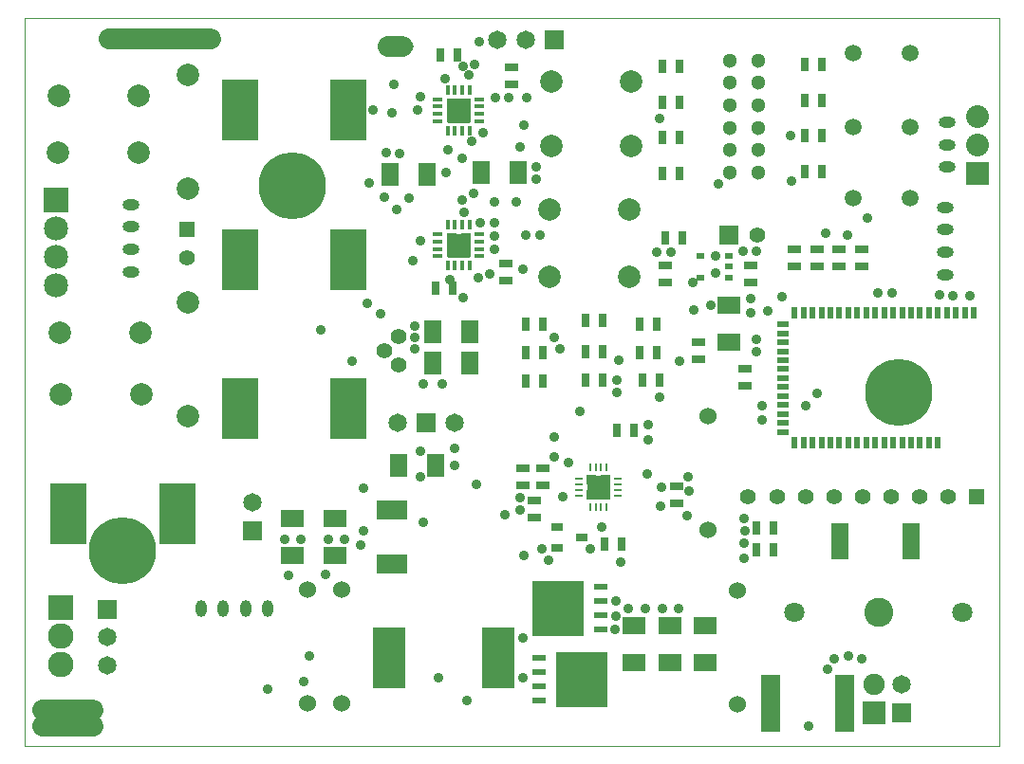
<source format=gts>
G04 (created by PCBNEW (2013-05-31 BZR 4019)-stable) date 6/10/2014 4:10:54 PM*
%MOIN*%
G04 Gerber Fmt 3.4, Leading zero omitted, Abs format*
%FSLAX34Y34*%
G01*
G70*
G90*
G04 APERTURE LIST*
%ADD10C,0.00590551*%
%ADD11C,0.0748031*%
%ADD12C,0.0001*%
%ADD13R,0.055X0.055*%
%ADD14C,0.055*%
%ADD15R,0.085X0.085*%
%ADD16C,0.09*%
%ADD17R,0.125984X0.212598*%
%ADD18R,0.0374016X0.0137795*%
%ADD19R,0.0362205X0.0362205*%
%ADD20R,0.0137795X0.0374016*%
%ADD21R,0.065X0.065*%
%ADD22R,0.08X0.08*%
%ADD23C,0.08*%
%ADD24C,0.065*%
%ADD25C,0.06*%
%ADD26R,0.07X0.2*%
%ADD27C,0.0708661*%
%ADD28C,0.102362*%
%ADD29R,0.0295276X0.00984252*%
%ADD30R,0.00984252X0.0295276*%
%ADD31R,0.0334646X0.0334646*%
%ADD32C,0.0591*%
%ADD33R,0.0393701X0.023622*%
%ADD34R,0.023622X0.0393701*%
%ADD35O,0.0590551X0.0393701*%
%ADD36O,0.0393701X0.0590551*%
%ADD37R,0.114173X0.212598*%
%ADD38R,0.03X0.02*%
%ADD39R,0.0394X0.0315*%
%ADD40R,0.1063X0.0709*%
%ADD41R,0.08X0.06*%
%ADD42R,0.06X0.08*%
%ADD43R,0.025X0.045*%
%ADD44R,0.045X0.025*%
%ADD45R,0.063X0.125*%
%ADD46R,0.181102X0.19685*%
%ADD47R,0.0393701X0.0393701*%
%ADD48R,0.05X0.0240157*%
%ADD49O,0.0393701X0.0393701*%
%ADD50C,0.0787*%
%ADD51C,0.0511811*%
%ADD52C,0.085*%
%ADD53C,0.075*%
%ADD54C,0.0393701*%
%ADD55C,0.23622*%
%ADD56C,0.0551181*%
%ADD57C,0.035*%
%ADD58C,0.01*%
G04 APERTURE END LIST*
G54D10*
G54D11*
X84980Y-22990D02*
X88530Y-22990D01*
G54D12*
X82000Y-47850D02*
X82000Y-22250D01*
G54D11*
X82641Y-46598D02*
X84403Y-46598D01*
X82655Y-47154D02*
X84423Y-47154D01*
G54D12*
X116250Y-47850D02*
X116250Y-47500D01*
X82000Y-47850D02*
X116250Y-47850D01*
X116250Y-22250D02*
X116250Y-47500D01*
X83250Y-22250D02*
X116250Y-22250D01*
X82000Y-22250D02*
X83250Y-22250D01*
G54D11*
X94760Y-23260D02*
X95260Y-23260D01*
G54D13*
X115440Y-39080D03*
G54D14*
X114440Y-39080D03*
X113440Y-39080D03*
X112440Y-39080D03*
X111440Y-39080D03*
X110440Y-39080D03*
X109440Y-39080D03*
X108440Y-39080D03*
X107412Y-39080D03*
G54D15*
X83275Y-43000D03*
G54D16*
X83275Y-44000D03*
X83275Y-45000D03*
G54D17*
X93389Y-25500D03*
X89570Y-25500D03*
X93389Y-30750D03*
X89570Y-30750D03*
G54D18*
X97974Y-25627D03*
G54D19*
X97501Y-25751D03*
X96998Y-25751D03*
X96998Y-25248D03*
X97501Y-25248D03*
G54D18*
X97974Y-25883D03*
X97978Y-25372D03*
X97974Y-25116D03*
G54D20*
X97633Y-24775D03*
X97377Y-24775D03*
X97122Y-24775D03*
X96866Y-24775D03*
X96866Y-26224D03*
X97122Y-26224D03*
X97377Y-26224D03*
X97633Y-26224D03*
G54D18*
X96525Y-25116D03*
X96525Y-25372D03*
X96525Y-25627D03*
X96525Y-25883D03*
G54D21*
X106750Y-29900D03*
G54D14*
X107750Y-29900D03*
G54D13*
X87700Y-29700D03*
G54D14*
X87700Y-30700D03*
G54D22*
X115475Y-27720D03*
G54D23*
X115475Y-26720D03*
X115475Y-25720D03*
G54D21*
X100606Y-23031D03*
G54D24*
X99606Y-23031D03*
X98606Y-23031D03*
G54D21*
X84900Y-43048D03*
G54D24*
X84900Y-44032D03*
X84900Y-45017D03*
G54D25*
X107050Y-46400D03*
X107050Y-42400D03*
G54D26*
X110825Y-46350D03*
X108225Y-46350D03*
G54D18*
X97974Y-30377D03*
G54D19*
X97501Y-30501D03*
G54D18*
X97974Y-30633D03*
X97978Y-30122D03*
X97974Y-29866D03*
G54D20*
X97633Y-29525D03*
X97377Y-29525D03*
X97122Y-29525D03*
X96866Y-29525D03*
X96866Y-30974D03*
X97122Y-30974D03*
X97377Y-30974D03*
X97633Y-30974D03*
G54D18*
X96525Y-29866D03*
X96525Y-30122D03*
X96525Y-30377D03*
X96525Y-30633D03*
G54D19*
X96998Y-30501D03*
X97501Y-29998D03*
X96998Y-29998D03*
G54D27*
X114952Y-43150D03*
X109047Y-43150D03*
G54D28*
X112000Y-43150D03*
G54D29*
X102854Y-38464D03*
X102854Y-38661D03*
X102856Y-38858D03*
X102854Y-39055D03*
G54D30*
X102456Y-38070D03*
X102259Y-38070D03*
X102062Y-38070D03*
X101866Y-38070D03*
G54D29*
X101472Y-38464D03*
X101472Y-38661D03*
X101472Y-38858D03*
X101472Y-39055D03*
G54D30*
X101866Y-39448D03*
X102062Y-39448D03*
X102259Y-39448D03*
X102456Y-39448D03*
G54D31*
X102413Y-39011D03*
X101909Y-39011D03*
X102413Y-38507D03*
X101909Y-38507D03*
G54D32*
X113100Y-28600D03*
X111100Y-28600D03*
X113100Y-23500D03*
X111100Y-23500D03*
G54D33*
X108656Y-33031D03*
X108656Y-33346D03*
X108656Y-33661D03*
X108656Y-33976D03*
X108656Y-34291D03*
X108656Y-34606D03*
X108656Y-34921D03*
X108656Y-35236D03*
X108656Y-35551D03*
X108656Y-35866D03*
X108656Y-36181D03*
X108656Y-36496D03*
X108656Y-36811D03*
G54D34*
X109050Y-37204D03*
X109365Y-37204D03*
X109680Y-37204D03*
X109995Y-37204D03*
X110310Y-37204D03*
X110625Y-37204D03*
X110940Y-37204D03*
X111255Y-37204D03*
X111570Y-37204D03*
X111885Y-37204D03*
X112200Y-37204D03*
X112514Y-37204D03*
X112829Y-37204D03*
X113144Y-37204D03*
X113459Y-37204D03*
X113774Y-37204D03*
X114089Y-37204D03*
X115349Y-32637D03*
X115034Y-32637D03*
X114719Y-32637D03*
X114404Y-32637D03*
X114089Y-32637D03*
X113774Y-32637D03*
X113459Y-32637D03*
X113144Y-32637D03*
X112829Y-32637D03*
X112514Y-32637D03*
X112200Y-32637D03*
X111885Y-32637D03*
X111570Y-32637D03*
X111255Y-32637D03*
X110940Y-32637D03*
X110625Y-32637D03*
X110310Y-32637D03*
X109995Y-32637D03*
X109680Y-32637D03*
X109365Y-32637D03*
X109050Y-32637D03*
G54D35*
X85750Y-29606D03*
X85750Y-30393D03*
X85750Y-31181D03*
X85750Y-28818D03*
G54D24*
X112800Y-45700D03*
G54D21*
X112800Y-46700D03*
X90000Y-40300D03*
G54D24*
X90000Y-39300D03*
G54D36*
X88981Y-43025D03*
X89768Y-43025D03*
X90556Y-43025D03*
X88193Y-43025D03*
G54D24*
X95100Y-36500D03*
G54D21*
X96100Y-36500D03*
G54D24*
X97100Y-36500D03*
G54D37*
X98641Y-44763D03*
X94822Y-44763D03*
G54D17*
X93389Y-36000D03*
X89570Y-36000D03*
X87369Y-39680D03*
X83550Y-39680D03*
G54D38*
X106750Y-31375D03*
X106750Y-30625D03*
X105750Y-31375D03*
X106750Y-31000D03*
X105750Y-30625D03*
G54D39*
X101563Y-40525D03*
X100697Y-40900D03*
X100697Y-40150D03*
G54D40*
X94911Y-39564D03*
X94911Y-41454D03*
G54D41*
X91411Y-39859D03*
X91411Y-41159D03*
G54D42*
X96150Y-27750D03*
X94850Y-27750D03*
X97650Y-34400D03*
X96350Y-34400D03*
X95150Y-38000D03*
X96450Y-38000D03*
X98050Y-27700D03*
X99350Y-27700D03*
G54D41*
X92911Y-39859D03*
X92911Y-41159D03*
G54D42*
X97650Y-33300D03*
X96350Y-33300D03*
G54D41*
X106750Y-33650D03*
X106750Y-32350D03*
X105911Y-44909D03*
X105911Y-43609D03*
X103411Y-44909D03*
X103411Y-43609D03*
X104661Y-44909D03*
X104661Y-43609D03*
G54D43*
X105020Y-25210D03*
X104420Y-25210D03*
X96600Y-23550D03*
X97200Y-23550D03*
X102802Y-36763D03*
X103402Y-36763D03*
G54D44*
X99911Y-39809D03*
X99911Y-39209D03*
X107500Y-31550D03*
X107500Y-30950D03*
X104500Y-31550D03*
X104500Y-30950D03*
X105688Y-34248D03*
X105688Y-33648D03*
G54D43*
X110000Y-23900D03*
X109400Y-23900D03*
X110000Y-27650D03*
X109400Y-27650D03*
X110000Y-25150D03*
X109400Y-25150D03*
G54D44*
X111409Y-30385D03*
X111409Y-30985D03*
X110621Y-30385D03*
X110621Y-30985D03*
X109834Y-30385D03*
X109834Y-30985D03*
X109046Y-30385D03*
X109046Y-30985D03*
G54D43*
X105020Y-27710D03*
X104420Y-27710D03*
X105020Y-26460D03*
X104420Y-26460D03*
X105020Y-23960D03*
X104420Y-23960D03*
X110000Y-26400D03*
X109400Y-26400D03*
X100211Y-33009D03*
X99611Y-33009D03*
G54D44*
X107300Y-35200D03*
X107300Y-34600D03*
G54D43*
X108300Y-40200D03*
X107700Y-40200D03*
X100211Y-35009D03*
X99611Y-35009D03*
G54D44*
X100200Y-38700D03*
X100200Y-38100D03*
X99500Y-38700D03*
X99500Y-38100D03*
G54D43*
X102361Y-40759D03*
X102961Y-40759D03*
X108300Y-40950D03*
X107700Y-40950D03*
X101700Y-34000D03*
X102300Y-34000D03*
G54D44*
X104911Y-39309D03*
X104911Y-38709D03*
G54D43*
X101700Y-35000D03*
X102300Y-35000D03*
X101700Y-32900D03*
X102300Y-32900D03*
X99611Y-34009D03*
X100211Y-34009D03*
X103611Y-33009D03*
X104211Y-33009D03*
X103700Y-35000D03*
X104300Y-35000D03*
G54D44*
X99100Y-24000D03*
X99100Y-24600D03*
X98900Y-30900D03*
X98900Y-31500D03*
G54D43*
X103611Y-34009D03*
X104211Y-34009D03*
X96450Y-31750D03*
X97050Y-31750D03*
G54D45*
X113155Y-40650D03*
X110645Y-40650D03*
G54D25*
X93150Y-42350D03*
X93150Y-46350D03*
X106000Y-40250D03*
X106000Y-36250D03*
X91950Y-46350D03*
X91950Y-42350D03*
G54D46*
X101574Y-45509D03*
G54D47*
X102039Y-46001D03*
X102039Y-45509D03*
X102039Y-45017D03*
G54D48*
X100088Y-46261D03*
X100088Y-44757D03*
X100088Y-45259D03*
X100088Y-45759D03*
G54D46*
X100748Y-43009D03*
G54D47*
X100283Y-42517D03*
X100283Y-43009D03*
X100283Y-43501D03*
G54D48*
X102234Y-42257D03*
X102234Y-43761D03*
X102234Y-43259D03*
X102234Y-42759D03*
G54D49*
X95492Y-23250D03*
G54D35*
X114425Y-26713D03*
X114425Y-25926D03*
X114425Y-27501D03*
G54D50*
X87750Y-36250D03*
X87750Y-32250D03*
X87750Y-28250D03*
X87750Y-24250D03*
G54D51*
X106777Y-23751D03*
X106777Y-24538D03*
X106777Y-25326D03*
X106777Y-26113D03*
X106777Y-26901D03*
X106777Y-27688D03*
X107762Y-27688D03*
X107762Y-26901D03*
X107762Y-26113D03*
X107762Y-25326D03*
X107762Y-24538D03*
X107762Y-23751D03*
G54D50*
X100500Y-26750D03*
X103311Y-26750D03*
X100500Y-24500D03*
X103311Y-24500D03*
X103240Y-31360D03*
X100428Y-31360D03*
X103250Y-29000D03*
X100438Y-29000D03*
X86100Y-35500D03*
X83288Y-35500D03*
X83250Y-33325D03*
X86061Y-33325D03*
X83200Y-25000D03*
X86011Y-25000D03*
X86000Y-27000D03*
X83188Y-27000D03*
G54D32*
X113100Y-26075D03*
X111100Y-26075D03*
G54D43*
X105100Y-30000D03*
X104500Y-30000D03*
G54D15*
X83100Y-28650D03*
G54D52*
X83100Y-29650D03*
X83100Y-30650D03*
X83100Y-31650D03*
G54D53*
X111850Y-45700D03*
G54D22*
X111850Y-46700D03*
G54D54*
X91400Y-28150D03*
G54D55*
X91400Y-28150D03*
G54D54*
X112700Y-35425D03*
G54D55*
X112700Y-35425D03*
G54D54*
X85450Y-40975D03*
G54D55*
X85450Y-40975D03*
G54D35*
X114340Y-30493D03*
X114340Y-29706D03*
X114340Y-28918D03*
X114340Y-31281D03*
G54D56*
X95150Y-34460D03*
X94650Y-33960D03*
X95150Y-33460D03*
G54D57*
X96660Y-35120D03*
X96020Y-35120D03*
X95700Y-33900D03*
X110950Y-44700D03*
X110450Y-44800D03*
X111400Y-44800D03*
X110200Y-45150D03*
X107275Y-39850D03*
X107300Y-40300D03*
X107275Y-40725D03*
X107275Y-41250D03*
X100600Y-33500D03*
X100800Y-33900D03*
X97100Y-38000D03*
X97100Y-37400D03*
X95900Y-38400D03*
X95900Y-37500D03*
X100900Y-39080D03*
X107700Y-33550D03*
X107700Y-34000D03*
X97598Y-24271D03*
X97425Y-23950D03*
X97795Y-23877D03*
X97450Y-29100D03*
X97400Y-32100D03*
X96950Y-31450D03*
X107250Y-30450D03*
X107700Y-30450D03*
X106120Y-32360D03*
X106260Y-31240D03*
X106260Y-30640D03*
X94635Y-28565D03*
X94125Y-28060D03*
X99400Y-39560D03*
X99420Y-39120D03*
X102760Y-42760D03*
X102738Y-43761D03*
X102760Y-43280D03*
X103200Y-43020D03*
X103800Y-43020D03*
X104400Y-43020D03*
X104980Y-43020D03*
X92560Y-41820D03*
X91280Y-41860D03*
X93240Y-40580D03*
X92680Y-40580D03*
X91700Y-40580D03*
X91140Y-40580D03*
X95180Y-27020D03*
X94720Y-27000D03*
X115200Y-32020D03*
X114620Y-32020D03*
X112480Y-31920D03*
X111960Y-31920D03*
X108120Y-32560D03*
X108600Y-32060D03*
X107500Y-32120D03*
X107520Y-32620D03*
X95700Y-33500D03*
X95700Y-33100D03*
X96880Y-26900D03*
X104220Y-30500D03*
X104720Y-30500D03*
X114150Y-32000D03*
X96535Y-45452D03*
X97527Y-46267D03*
X99559Y-41157D03*
X102956Y-41397D03*
X104350Y-39425D03*
X104362Y-38748D03*
X97975Y-23100D03*
X99400Y-26800D03*
X103913Y-37094D03*
X103913Y-36547D03*
X105307Y-38381D03*
X97942Y-31397D03*
X98356Y-31269D03*
X101100Y-37900D03*
X100600Y-37700D03*
X99960Y-27480D03*
X99960Y-27920D03*
X102800Y-35440D03*
X97700Y-26600D03*
X99000Y-25050D03*
X98550Y-25050D03*
X98525Y-29450D03*
X98000Y-29450D03*
X98100Y-26300D03*
X105350Y-38875D03*
X102800Y-35000D03*
X104300Y-35600D03*
X99500Y-31100D03*
X99291Y-28740D03*
X98503Y-28740D03*
X109437Y-35901D03*
X107905Y-35897D03*
X111600Y-29300D03*
X110920Y-29880D03*
X99625Y-29875D03*
X98525Y-29925D03*
X100100Y-29900D03*
X98500Y-30400D03*
X105019Y-34318D03*
X102870Y-34299D03*
X94900Y-25600D03*
X95800Y-25500D03*
X94500Y-32650D03*
X95900Y-30100D03*
X94050Y-32300D03*
X95650Y-30800D03*
X97380Y-27180D03*
X97380Y-28660D03*
X96000Y-40000D03*
X93800Y-40800D03*
X100600Y-36980D03*
X101500Y-36100D03*
X90535Y-45854D03*
X103874Y-38303D03*
X105267Y-39763D03*
X109550Y-47150D03*
X94250Y-25500D03*
X95925Y-25025D03*
X104300Y-25800D03*
X106360Y-28080D03*
X110140Y-29840D03*
X107905Y-36385D03*
X109842Y-35468D03*
X94980Y-24600D03*
X92420Y-33240D03*
X93500Y-34320D03*
X96760Y-24400D03*
X97760Y-28420D03*
X99655Y-25049D03*
X99537Y-26023D03*
X108920Y-26380D03*
X108940Y-27980D03*
X100420Y-41320D03*
X101875Y-40910D03*
X102283Y-40167D03*
X100187Y-40935D03*
X99517Y-44055D03*
X99517Y-45462D03*
X97881Y-38661D03*
X98881Y-39740D03*
X91800Y-45600D03*
X93900Y-38800D03*
X93900Y-40300D03*
X92000Y-44700D03*
X95085Y-29005D03*
X95500Y-28600D03*
X96800Y-27700D03*
X105500Y-32520D03*
X105480Y-31560D03*
G54D10*
G36*
X102525Y-39125D02*
X102075Y-39125D01*
X101800Y-39125D01*
X101800Y-38400D01*
X102525Y-38400D01*
X102525Y-39125D01*
X102525Y-39125D01*
G37*
G54D58*
X102525Y-39125D02*
X102075Y-39125D01*
X101800Y-39125D01*
X101800Y-38400D01*
X102525Y-38400D01*
X102525Y-39125D01*
G54D10*
G36*
X97625Y-30625D02*
X97175Y-30625D01*
X96875Y-30625D01*
X96875Y-29875D01*
X97625Y-29875D01*
X97625Y-30625D01*
X97625Y-30625D01*
G37*
G54D58*
X97625Y-30625D02*
X97175Y-30625D01*
X96875Y-30625D01*
X96875Y-29875D01*
X97625Y-29875D01*
X97625Y-30625D01*
G54D10*
G36*
X97625Y-25875D02*
X96875Y-25875D01*
X96875Y-25125D01*
X97625Y-25125D01*
X97625Y-25875D01*
X97625Y-25875D01*
G37*
G54D58*
X97625Y-25875D02*
X96875Y-25875D01*
X96875Y-25125D01*
X97625Y-25125D01*
X97625Y-25875D01*
M02*

</source>
